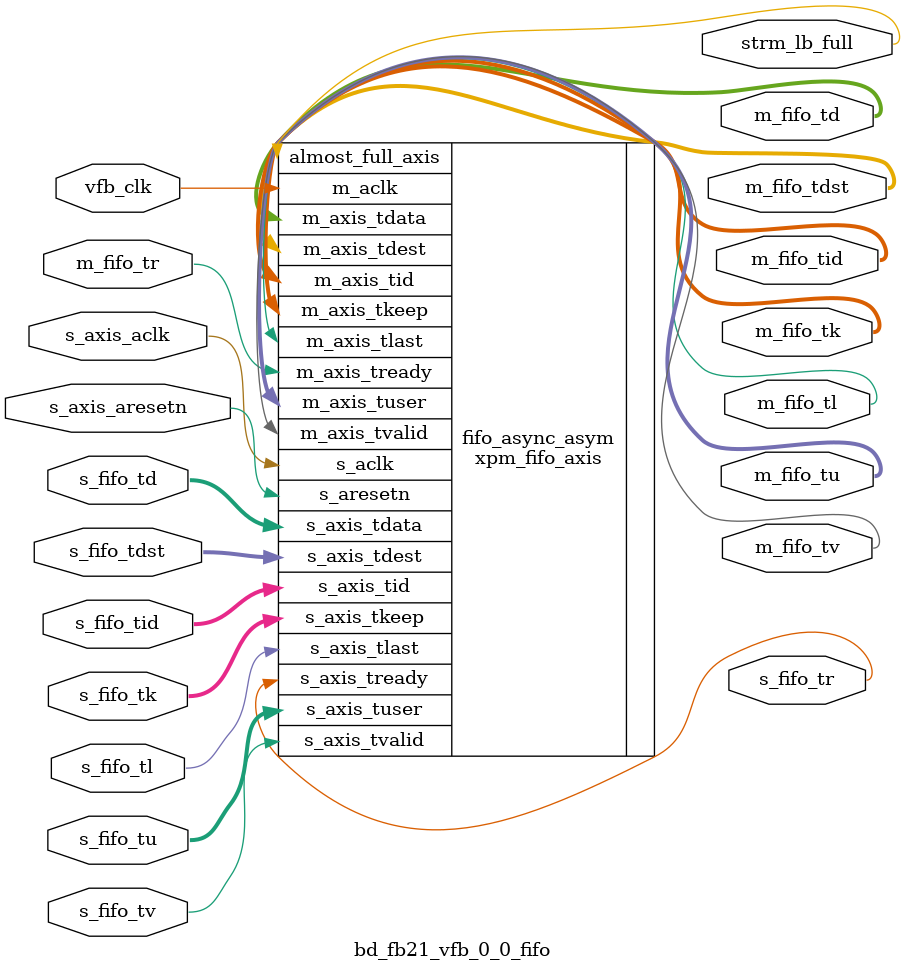
<source format=v>
`timescale 1ps/1ps
module bd_fb21_vfb_0_0_fifo (
  input            s_axis_aclk    ,

  input         s_axis_aresetn ,
  input            vfb_clk        ,
  output    s_fifo_tr      ,
  input     s_fifo_tv      ,
  input      [64-1:0]  s_fifo_td      ,
  input [31:0]     s_fifo_tid    ,   
  input      [24-1:0]  s_fifo_tu      ,
  input      [31:0] s_fifo_tdst      ,
  input      [8-1:0] s_fifo_tk      ,
  input      s_fifo_tl      ,
  input     m_fifo_tr      ,
  output     m_fifo_tv      ,
  output   [64-1:0]   m_fifo_td      ,
  output [31:0]     m_fifo_tid    ,   
  output[ 31:0]     m_fifo_tdst    ,   
  output   [24-1:0]  m_fifo_tu      ,
  output    [8-1:0] m_fifo_tk      ,
  output      m_fifo_tl      ,
  output  strm_lb_full   
);

xpm_fifo_axis#(
      .CLOCKING_MODE("independent_clock"), // String
      .ECC_MODE("no_ecc"),            // String
      .FIFO_DEPTH(4096),              // DECIMAL
      .FIFO_MEMORY_TYPE("block"),      // String
      .PACKET_FIFO("false"),          // String
      .PROG_EMPTY_THRESH(10),         // DECIMAL
      .PROG_FULL_THRESH(4091),          // DECIMAL
      .RD_DATA_COUNT_WIDTH(1),        // DECIMAL
      .RELATED_CLOCKS(0),             // DECIMAL
      .SIM_ASSERT_CHK(0),             // DECIMAL; 0=disable simulation messages, 1=enable simulation messages
      .TDATA_WIDTH(64),               // DECIMAL
      .TDEST_WIDTH(32),                // DECIMAL
      .TID_WIDTH(32),                  // DECIMAL
      .TUSER_WIDTH(24),                // DECIMAL
      .USE_ADV_FEATURES("1008"),      // String
      .WR_DATA_COUNT_WIDTH(1)         // DECIMAL
 ) fifo_async_asym(
  .s_aclk            (s_axis_aclk    ),
  .s_aresetn         (s_axis_aresetn ),
  .m_aclk            (vfb_clk        ),
  .s_axis_tready     (s_fifo_tr      ),
  .s_axis_tvalid     (s_fifo_tv      ),
  .s_axis_tdata      (s_fifo_td      ),
  .s_axis_tid      ( s_fifo_tid      ),
  .s_axis_tuser      (s_fifo_tu      ),
  .s_axis_tdest      (s_fifo_tdst      ),
  .s_axis_tkeep      (s_fifo_tk      ),
  .s_axis_tlast      (s_fifo_tl      ),
  .m_axis_tready     (m_fifo_tr      ),
  .m_axis_tvalid     (m_fifo_tv      ),
  .m_axis_tdata      (m_fifo_td      ),
  .m_axis_tid        (m_fifo_tid      ),
  .m_axis_tdest      (m_fifo_tdst     ),
  .m_axis_tuser      (m_fifo_tu      ),
  .m_axis_tkeep      (m_fifo_tk      ),
  .m_axis_tlast      (m_fifo_tl      ),
  .almost_full_axis  (strm_lb_full   )
);
endmodule

</source>
